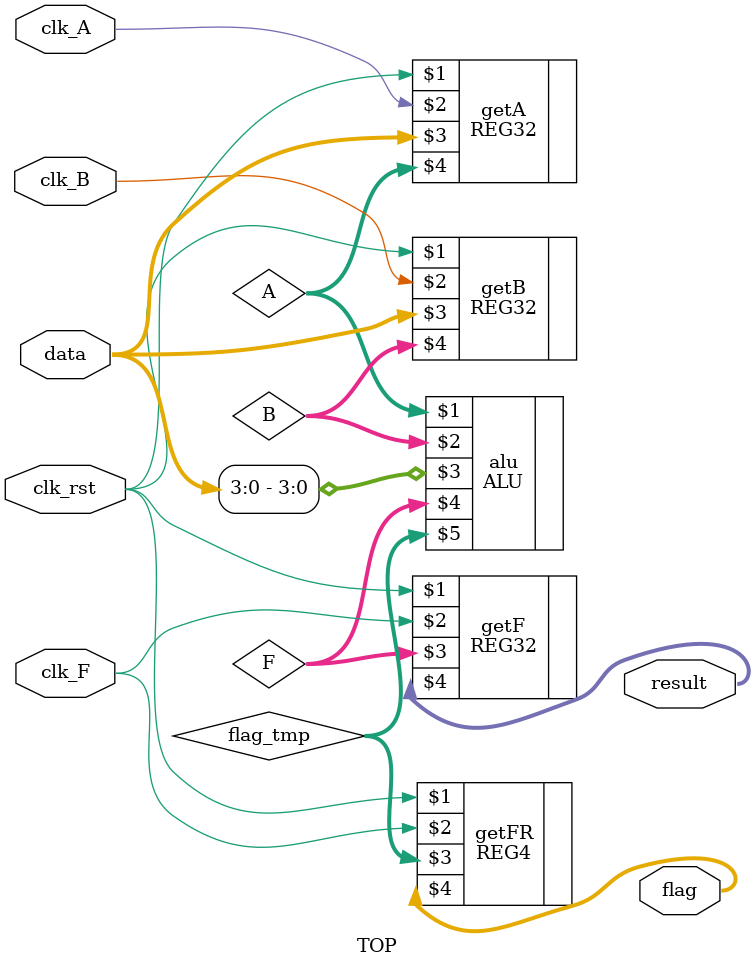
<source format=v>
`timescale 1ns / 1ps


module TOP(
    input clk_rst,
    input clk_A,
    input clk_B,
    input clk_F,
    input [31:0]data,
    output [31:0]result,
    output [3:0]flag
);

wire [31:0]A;
wire [31:0]B;
wire [31:0]F;
wire [3:0]flag_tmp;

REG32 getA(clk_rst,clk_A,data,A);
REG32 getB(clk_rst,clk_B,data,B);
ALU    alu(A,B,data[3:0],F,flag_tmp);
REG32 getF(clk_rst,clk_F,F,result);
REG4  getFR(clk_rst,clk_F,flag_tmp,flag);


endmodule

</source>
